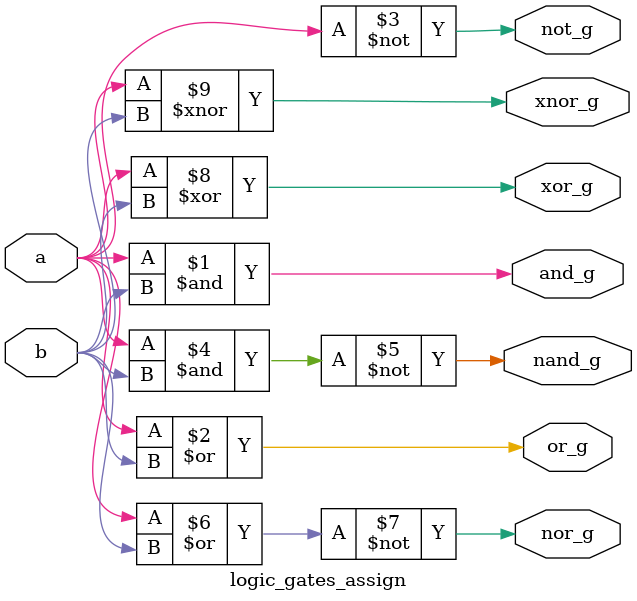
<source format=v>
module logic_gates_assign(
    input a, b,
    output and_g,
    output or_g,
    output not_g,
    output nand_g,
    output nor_g,
    output xor_g,
    output xnor_g
);

assign and_g = a & b;
assign or_g = a | b;
assign not_g = ~a;
assign nand_g = ~(a & b);
assign nor_g = ~(a | b);
assign xor_g = a ^ b;
assign xnor_g = (a ~^ b);

endmodule

</source>
